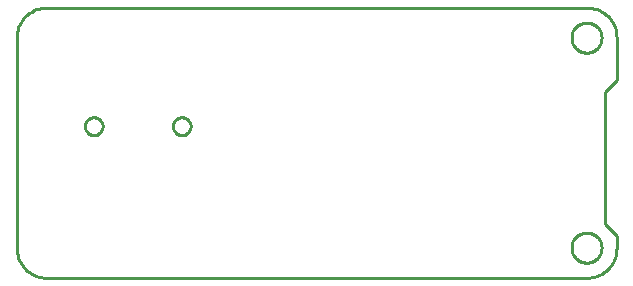
<source format=gbr>
G04 EAGLE Gerber RS-274X export*
G75*
%MOMM*%
%FSLAX34Y34*%
%LPD*%
%IN*%
%IPPOS*%
%AMOC8*
5,1,8,0,0,1.08239X$1,22.5*%
G01*
%ADD10C,0.254000*%


D10*
X0Y25400D02*
X97Y23186D01*
X386Y20989D01*
X865Y18826D01*
X1532Y16713D01*
X2380Y14666D01*
X3403Y12700D01*
X4594Y10831D01*
X5942Y9073D01*
X7440Y7440D01*
X9073Y5942D01*
X10831Y4594D01*
X12700Y3403D01*
X14666Y2380D01*
X16713Y1532D01*
X18826Y865D01*
X20989Y386D01*
X23186Y97D01*
X25400Y0D01*
X482600Y0D01*
X484814Y97D01*
X487011Y386D01*
X489174Y865D01*
X491287Y1532D01*
X493335Y2380D01*
X495300Y3403D01*
X497169Y4594D01*
X498927Y5942D01*
X500561Y7440D01*
X502058Y9073D01*
X503406Y10831D01*
X504597Y12700D01*
X505620Y14666D01*
X506468Y16713D01*
X507135Y18826D01*
X507614Y20989D01*
X507903Y23186D01*
X508000Y25400D01*
X508000Y35560D01*
X497840Y45720D01*
X497840Y157480D01*
X508000Y167640D01*
X508000Y203200D01*
X507903Y205414D01*
X507614Y207611D01*
X507135Y209774D01*
X506468Y211887D01*
X505620Y213935D01*
X504597Y215900D01*
X503406Y217769D01*
X502058Y219527D01*
X500561Y221161D01*
X498927Y222658D01*
X497169Y224006D01*
X495300Y225197D01*
X493335Y226220D01*
X491287Y227068D01*
X489174Y227735D01*
X487011Y228214D01*
X484814Y228503D01*
X482600Y228600D01*
X25400Y228600D01*
X23186Y228503D01*
X20989Y228214D01*
X18826Y227735D01*
X16713Y227068D01*
X14666Y226220D01*
X12700Y225197D01*
X10831Y224006D01*
X9073Y222658D01*
X7440Y221161D01*
X5942Y219527D01*
X4594Y217769D01*
X3403Y215900D01*
X2380Y213935D01*
X1532Y211887D01*
X865Y209774D01*
X386Y207611D01*
X97Y205414D01*
X0Y203200D01*
X0Y25400D01*
X495300Y202701D02*
X495222Y201706D01*
X495066Y200720D01*
X494833Y199750D01*
X494524Y198801D01*
X494142Y197879D01*
X493689Y196990D01*
X493168Y196139D01*
X492581Y195331D01*
X491933Y194573D01*
X491227Y193867D01*
X490469Y193219D01*
X489661Y192632D01*
X488810Y192111D01*
X487921Y191658D01*
X486999Y191276D01*
X486050Y190967D01*
X485080Y190734D01*
X484094Y190578D01*
X483099Y190500D01*
X482101Y190500D01*
X481106Y190578D01*
X480120Y190734D01*
X479150Y190967D01*
X478201Y191276D01*
X477279Y191658D01*
X476390Y192111D01*
X475539Y192632D01*
X474731Y193219D01*
X473973Y193867D01*
X473267Y194573D01*
X472619Y195331D01*
X472032Y196139D01*
X471511Y196990D01*
X471058Y197879D01*
X470676Y198801D01*
X470367Y199750D01*
X470134Y200720D01*
X469978Y201706D01*
X469900Y202701D01*
X469900Y203699D01*
X469978Y204694D01*
X470134Y205680D01*
X470367Y206650D01*
X470676Y207599D01*
X471058Y208521D01*
X471511Y209410D01*
X472032Y210261D01*
X472619Y211069D01*
X473267Y211827D01*
X473973Y212533D01*
X474731Y213181D01*
X475539Y213768D01*
X476390Y214289D01*
X477279Y214742D01*
X478201Y215124D01*
X479150Y215433D01*
X480120Y215666D01*
X481106Y215822D01*
X482101Y215900D01*
X483099Y215900D01*
X484094Y215822D01*
X485080Y215666D01*
X486050Y215433D01*
X486999Y215124D01*
X487921Y214742D01*
X488810Y214289D01*
X489661Y213768D01*
X490469Y213181D01*
X491227Y212533D01*
X491933Y211827D01*
X492581Y211069D01*
X493168Y210261D01*
X493689Y209410D01*
X494142Y208521D01*
X494524Y207599D01*
X494833Y206650D01*
X495066Y205680D01*
X495222Y204694D01*
X495300Y203699D01*
X495300Y202701D01*
X495300Y24901D02*
X495222Y23906D01*
X495066Y22920D01*
X494833Y21950D01*
X494524Y21001D01*
X494142Y20079D01*
X493689Y19190D01*
X493168Y18339D01*
X492581Y17531D01*
X491933Y16773D01*
X491227Y16067D01*
X490469Y15419D01*
X489661Y14832D01*
X488810Y14311D01*
X487921Y13858D01*
X486999Y13476D01*
X486050Y13167D01*
X485080Y12934D01*
X484094Y12778D01*
X483099Y12700D01*
X482101Y12700D01*
X481106Y12778D01*
X480120Y12934D01*
X479150Y13167D01*
X478201Y13476D01*
X477279Y13858D01*
X476390Y14311D01*
X475539Y14832D01*
X474731Y15419D01*
X473973Y16067D01*
X473267Y16773D01*
X472619Y17531D01*
X472032Y18339D01*
X471511Y19190D01*
X471058Y20079D01*
X470676Y21001D01*
X470367Y21950D01*
X470134Y22920D01*
X469978Y23906D01*
X469900Y24901D01*
X469900Y25899D01*
X469978Y26894D01*
X470134Y27880D01*
X470367Y28850D01*
X470676Y29799D01*
X471058Y30721D01*
X471511Y31610D01*
X472032Y32461D01*
X472619Y33269D01*
X473267Y34027D01*
X473973Y34733D01*
X474731Y35381D01*
X475539Y35968D01*
X476390Y36489D01*
X477279Y36942D01*
X478201Y37324D01*
X479150Y37633D01*
X480120Y37866D01*
X481106Y38022D01*
X482101Y38100D01*
X483099Y38100D01*
X484094Y38022D01*
X485080Y37866D01*
X486050Y37633D01*
X486999Y37324D01*
X487921Y36942D01*
X488810Y36489D01*
X489661Y35968D01*
X490469Y35381D01*
X491227Y34733D01*
X491933Y34027D01*
X492581Y33269D01*
X493168Y32461D01*
X493689Y31610D01*
X494142Y30721D01*
X494524Y29799D01*
X494833Y28850D01*
X495066Y27880D01*
X495222Y26894D01*
X495300Y25899D01*
X495300Y24901D01*
X147330Y127902D02*
X147258Y127168D01*
X147114Y126445D01*
X146900Y125740D01*
X146618Y125059D01*
X146271Y124410D01*
X145861Y123797D01*
X145394Y123227D01*
X144873Y122706D01*
X144303Y122239D01*
X143690Y121829D01*
X143041Y121482D01*
X142360Y121200D01*
X141655Y120986D01*
X140932Y120842D01*
X140198Y120770D01*
X139462Y120770D01*
X138728Y120842D01*
X138005Y120986D01*
X137300Y121200D01*
X136619Y121482D01*
X135970Y121829D01*
X135357Y122239D01*
X134787Y122706D01*
X134266Y123227D01*
X133799Y123797D01*
X133389Y124410D01*
X133042Y125059D01*
X132760Y125740D01*
X132546Y126445D01*
X132402Y127168D01*
X132330Y127902D01*
X132330Y128638D01*
X132402Y129372D01*
X132546Y130095D01*
X132760Y130800D01*
X133042Y131481D01*
X133389Y132130D01*
X133799Y132743D01*
X134266Y133313D01*
X134787Y133834D01*
X135357Y134301D01*
X135970Y134711D01*
X136619Y135058D01*
X137300Y135340D01*
X138005Y135554D01*
X138728Y135698D01*
X139462Y135770D01*
X140198Y135770D01*
X140932Y135698D01*
X141655Y135554D01*
X142360Y135340D01*
X143041Y135058D01*
X143690Y134711D01*
X144303Y134301D01*
X144873Y133834D01*
X145394Y133313D01*
X145861Y132743D01*
X146271Y132130D01*
X146618Y131481D01*
X146900Y130800D01*
X147114Y130095D01*
X147258Y129372D01*
X147330Y128638D01*
X147330Y127902D01*
X72830Y127902D02*
X72758Y127168D01*
X72614Y126445D01*
X72400Y125740D01*
X72118Y125059D01*
X71771Y124410D01*
X71361Y123797D01*
X70894Y123227D01*
X70373Y122706D01*
X69803Y122239D01*
X69190Y121829D01*
X68541Y121482D01*
X67860Y121200D01*
X67155Y120986D01*
X66432Y120842D01*
X65698Y120770D01*
X64962Y120770D01*
X64228Y120842D01*
X63505Y120986D01*
X62800Y121200D01*
X62119Y121482D01*
X61470Y121829D01*
X60857Y122239D01*
X60287Y122706D01*
X59766Y123227D01*
X59299Y123797D01*
X58889Y124410D01*
X58542Y125059D01*
X58260Y125740D01*
X58046Y126445D01*
X57902Y127168D01*
X57830Y127902D01*
X57830Y128638D01*
X57902Y129372D01*
X58046Y130095D01*
X58260Y130800D01*
X58542Y131481D01*
X58889Y132130D01*
X59299Y132743D01*
X59766Y133313D01*
X60287Y133834D01*
X60857Y134301D01*
X61470Y134711D01*
X62119Y135058D01*
X62800Y135340D01*
X63505Y135554D01*
X64228Y135698D01*
X64962Y135770D01*
X65698Y135770D01*
X66432Y135698D01*
X67155Y135554D01*
X67860Y135340D01*
X68541Y135058D01*
X69190Y134711D01*
X69803Y134301D01*
X70373Y133834D01*
X70894Y133313D01*
X71361Y132743D01*
X71771Y132130D01*
X72118Y131481D01*
X72400Y130800D01*
X72614Y130095D01*
X72758Y129372D01*
X72830Y128638D01*
X72830Y127902D01*
M02*

</source>
